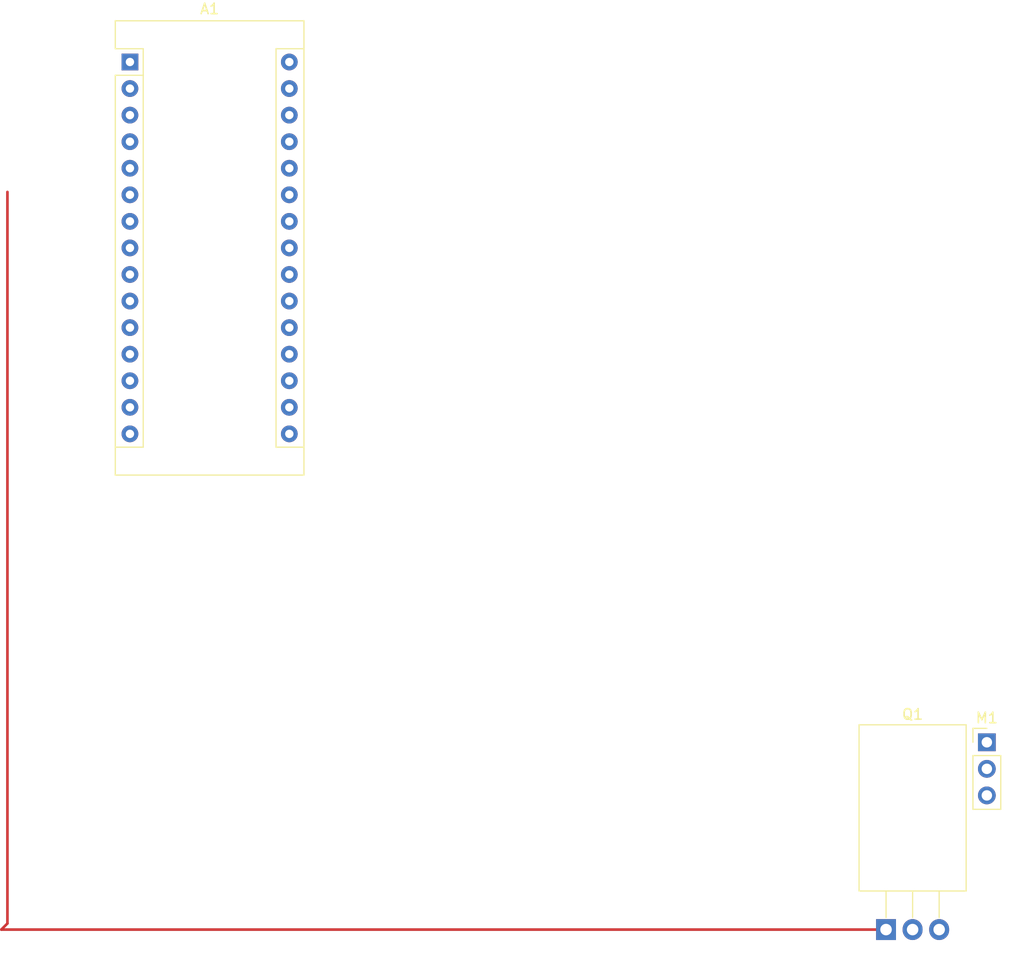
<source format=kicad_pcb>
(kicad_pcb (version 20171130) (host pcbnew 5.0.2-bee76a0~70~ubuntu18.04.1)

  (general
    (thickness 1.6)
    (drawings 0)
    (tracks 3)
    (zones 0)
    (modules 3)
    (nets 32)
  )

  (page A4)
  (layers
    (0 F.Cu signal)
    (31 B.Cu signal)
    (32 B.Adhes user)
    (33 F.Adhes user)
    (34 B.Paste user)
    (35 F.Paste user)
    (36 B.SilkS user)
    (37 F.SilkS user)
    (38 B.Mask user)
    (39 F.Mask user)
    (40 Dwgs.User user)
    (41 Cmts.User user)
    (42 Eco1.User user)
    (43 Eco2.User user)
    (44 Edge.Cuts user)
    (45 Margin user)
    (46 B.CrtYd user)
    (47 F.CrtYd user)
    (48 B.Fab user)
    (49 F.Fab user)
  )

  (setup
    (last_trace_width 0.25)
    (trace_clearance 0.2)
    (zone_clearance 0.508)
    (zone_45_only no)
    (trace_min 0.2)
    (segment_width 0.2)
    (edge_width 0.15)
    (via_size 0.8)
    (via_drill 0.4)
    (via_min_size 0.4)
    (via_min_drill 0.3)
    (uvia_size 0.3)
    (uvia_drill 0.1)
    (uvias_allowed no)
    (uvia_min_size 0.2)
    (uvia_min_drill 0.1)
    (pcb_text_width 0.3)
    (pcb_text_size 1.5 1.5)
    (mod_edge_width 0.15)
    (mod_text_size 1 1)
    (mod_text_width 0.15)
    (pad_size 1.524 1.524)
    (pad_drill 0.762)
    (pad_to_mask_clearance 0.051)
    (solder_mask_min_width 0.25)
    (aux_axis_origin 0 0)
    (visible_elements FFFFFF7F)
    (pcbplotparams
      (layerselection 0x010fc_ffffffff)
      (usegerberextensions false)
      (usegerberattributes false)
      (usegerberadvancedattributes false)
      (creategerberjobfile false)
      (excludeedgelayer true)
      (linewidth 0.100000)
      (plotframeref false)
      (viasonmask false)
      (mode 1)
      (useauxorigin false)
      (hpglpennumber 1)
      (hpglpenspeed 20)
      (hpglpendiameter 15.000000)
      (psnegative false)
      (psa4output false)
      (plotreference true)
      (plotvalue true)
      (plotinvisibletext false)
      (padsonsilk false)
      (subtractmaskfromsilk false)
      (outputformat 1)
      (mirror false)
      (drillshape 1)
      (scaleselection 1)
      (outputdirectory ""))
  )

  (net 0 "")
  (net 1 "Net-(A1-Pad1)")
  (net 2 "Net-(A1-Pad17)")
  (net 3 "Net-(A1-Pad2)")
  (net 4 "Net-(A1-Pad18)")
  (net 5 "Net-(A1-Pad3)")
  (net 6 "Net-(A1-Pad19)")
  (net 7 GND)
  (net 8 "Net-(A1-Pad20)")
  (net 9 "Net-(A1-Pad5)")
  (net 10 "Net-(A1-Pad21)")
  (net 11 motor_control)
  (net 12 "Net-(A1-Pad22)")
  (net 13 "Net-(A1-Pad7)")
  (net 14 "Net-(A1-Pad23)")
  (net 15 "Net-(A1-Pad8)")
  (net 16 "Net-(A1-Pad24)")
  (net 17 "Net-(A1-Pad9)")
  (net 18 "Net-(A1-Pad25)")
  (net 19 "Net-(A1-Pad10)")
  (net 20 "Net-(A1-Pad26)")
  (net 21 "Net-(A1-Pad11)")
  (net 22 "Net-(A1-Pad27)")
  (net 23 "Net-(A1-Pad12)")
  (net 24 "Net-(A1-Pad28)")
  (net 25 "Net-(A1-Pad13)")
  (net 26 "Net-(A1-Pad14)")
  (net 27 "Net-(A1-Pad30)")
  (net 28 "Net-(A1-Pad15)")
  (net 29 "Net-(A1-Pad16)")
  (net 30 +12V)
  (net 31 "Net-(M1-Pad2)")

  (net_class Default "This is the default net class."
    (clearance 0.2)
    (trace_width 0.25)
    (via_dia 0.8)
    (via_drill 0.4)
    (uvia_dia 0.3)
    (uvia_drill 0.1)
    (add_net +12V)
    (add_net GND)
    (add_net "Net-(A1-Pad1)")
    (add_net "Net-(A1-Pad10)")
    (add_net "Net-(A1-Pad11)")
    (add_net "Net-(A1-Pad12)")
    (add_net "Net-(A1-Pad13)")
    (add_net "Net-(A1-Pad14)")
    (add_net "Net-(A1-Pad15)")
    (add_net "Net-(A1-Pad16)")
    (add_net "Net-(A1-Pad17)")
    (add_net "Net-(A1-Pad18)")
    (add_net "Net-(A1-Pad19)")
    (add_net "Net-(A1-Pad2)")
    (add_net "Net-(A1-Pad20)")
    (add_net "Net-(A1-Pad21)")
    (add_net "Net-(A1-Pad22)")
    (add_net "Net-(A1-Pad23)")
    (add_net "Net-(A1-Pad24)")
    (add_net "Net-(A1-Pad25)")
    (add_net "Net-(A1-Pad26)")
    (add_net "Net-(A1-Pad27)")
    (add_net "Net-(A1-Pad28)")
    (add_net "Net-(A1-Pad3)")
    (add_net "Net-(A1-Pad30)")
    (add_net "Net-(A1-Pad5)")
    (add_net "Net-(A1-Pad7)")
    (add_net "Net-(A1-Pad8)")
    (add_net "Net-(A1-Pad9)")
    (add_net "Net-(M1-Pad2)")
    (add_net motor_control)
  )

  (module Module:Arduino_Nano (layer F.Cu) (tedit 58ACAF70) (tstamp 5C5E7640)
    (at 89.185001 51.075001)
    (descr "Arduino Nano, http://www.mouser.com/pdfdocs/Gravitech_Arduino_Nano3_0.pdf")
    (tags "Arduino Nano")
    (path /5C5E74D3)
    (fp_text reference A1 (at 7.62 -5.08) (layer F.SilkS)
      (effects (font (size 1 1) (thickness 0.15)))
    )
    (fp_text value Arduino_Nano_v3.x (at 8.89 19.05 90) (layer F.Fab)
      (effects (font (size 1 1) (thickness 0.15)))
    )
    (fp_text user %R (at 6.35 19.05 90) (layer F.Fab)
      (effects (font (size 1 1) (thickness 0.15)))
    )
    (fp_line (start 1.27 1.27) (end 1.27 -1.27) (layer F.SilkS) (width 0.12))
    (fp_line (start 1.27 -1.27) (end -1.4 -1.27) (layer F.SilkS) (width 0.12))
    (fp_line (start -1.4 1.27) (end -1.4 39.5) (layer F.SilkS) (width 0.12))
    (fp_line (start -1.4 -3.94) (end -1.4 -1.27) (layer F.SilkS) (width 0.12))
    (fp_line (start 13.97 -1.27) (end 16.64 -1.27) (layer F.SilkS) (width 0.12))
    (fp_line (start 13.97 -1.27) (end 13.97 36.83) (layer F.SilkS) (width 0.12))
    (fp_line (start 13.97 36.83) (end 16.64 36.83) (layer F.SilkS) (width 0.12))
    (fp_line (start 1.27 1.27) (end -1.4 1.27) (layer F.SilkS) (width 0.12))
    (fp_line (start 1.27 1.27) (end 1.27 36.83) (layer F.SilkS) (width 0.12))
    (fp_line (start 1.27 36.83) (end -1.4 36.83) (layer F.SilkS) (width 0.12))
    (fp_line (start 3.81 31.75) (end 11.43 31.75) (layer F.Fab) (width 0.1))
    (fp_line (start 11.43 31.75) (end 11.43 41.91) (layer F.Fab) (width 0.1))
    (fp_line (start 11.43 41.91) (end 3.81 41.91) (layer F.Fab) (width 0.1))
    (fp_line (start 3.81 41.91) (end 3.81 31.75) (layer F.Fab) (width 0.1))
    (fp_line (start -1.4 39.5) (end 16.64 39.5) (layer F.SilkS) (width 0.12))
    (fp_line (start 16.64 39.5) (end 16.64 -3.94) (layer F.SilkS) (width 0.12))
    (fp_line (start 16.64 -3.94) (end -1.4 -3.94) (layer F.SilkS) (width 0.12))
    (fp_line (start 16.51 39.37) (end -1.27 39.37) (layer F.Fab) (width 0.1))
    (fp_line (start -1.27 39.37) (end -1.27 -2.54) (layer F.Fab) (width 0.1))
    (fp_line (start -1.27 -2.54) (end 0 -3.81) (layer F.Fab) (width 0.1))
    (fp_line (start 0 -3.81) (end 16.51 -3.81) (layer F.Fab) (width 0.1))
    (fp_line (start 16.51 -3.81) (end 16.51 39.37) (layer F.Fab) (width 0.1))
    (fp_line (start -1.53 -4.06) (end 16.75 -4.06) (layer F.CrtYd) (width 0.05))
    (fp_line (start -1.53 -4.06) (end -1.53 42.16) (layer F.CrtYd) (width 0.05))
    (fp_line (start 16.75 42.16) (end 16.75 -4.06) (layer F.CrtYd) (width 0.05))
    (fp_line (start 16.75 42.16) (end -1.53 42.16) (layer F.CrtYd) (width 0.05))
    (pad 1 thru_hole rect (at 0 0) (size 1.6 1.6) (drill 0.8) (layers *.Cu *.Mask)
      (net 1 "Net-(A1-Pad1)"))
    (pad 17 thru_hole oval (at 15.24 33.02) (size 1.6 1.6) (drill 0.8) (layers *.Cu *.Mask)
      (net 2 "Net-(A1-Pad17)"))
    (pad 2 thru_hole oval (at 0 2.54) (size 1.6 1.6) (drill 0.8) (layers *.Cu *.Mask)
      (net 3 "Net-(A1-Pad2)"))
    (pad 18 thru_hole oval (at 15.24 30.48) (size 1.6 1.6) (drill 0.8) (layers *.Cu *.Mask)
      (net 4 "Net-(A1-Pad18)"))
    (pad 3 thru_hole oval (at 0 5.08) (size 1.6 1.6) (drill 0.8) (layers *.Cu *.Mask)
      (net 5 "Net-(A1-Pad3)"))
    (pad 19 thru_hole oval (at 15.24 27.94) (size 1.6 1.6) (drill 0.8) (layers *.Cu *.Mask)
      (net 6 "Net-(A1-Pad19)"))
    (pad 4 thru_hole oval (at 0 7.62) (size 1.6 1.6) (drill 0.8) (layers *.Cu *.Mask)
      (net 7 GND))
    (pad 20 thru_hole oval (at 15.24 25.4) (size 1.6 1.6) (drill 0.8) (layers *.Cu *.Mask)
      (net 8 "Net-(A1-Pad20)"))
    (pad 5 thru_hole oval (at 0 10.16) (size 1.6 1.6) (drill 0.8) (layers *.Cu *.Mask)
      (net 9 "Net-(A1-Pad5)"))
    (pad 21 thru_hole oval (at 15.24 22.86) (size 1.6 1.6) (drill 0.8) (layers *.Cu *.Mask)
      (net 10 "Net-(A1-Pad21)"))
    (pad 6 thru_hole oval (at 0 12.7) (size 1.6 1.6) (drill 0.8) (layers *.Cu *.Mask)
      (net 11 motor_control))
    (pad 22 thru_hole oval (at 15.24 20.32) (size 1.6 1.6) (drill 0.8) (layers *.Cu *.Mask)
      (net 12 "Net-(A1-Pad22)"))
    (pad 7 thru_hole oval (at 0 15.24) (size 1.6 1.6) (drill 0.8) (layers *.Cu *.Mask)
      (net 13 "Net-(A1-Pad7)"))
    (pad 23 thru_hole oval (at 15.24 17.78) (size 1.6 1.6) (drill 0.8) (layers *.Cu *.Mask)
      (net 14 "Net-(A1-Pad23)"))
    (pad 8 thru_hole oval (at 0 17.78) (size 1.6 1.6) (drill 0.8) (layers *.Cu *.Mask)
      (net 15 "Net-(A1-Pad8)"))
    (pad 24 thru_hole oval (at 15.24 15.24) (size 1.6 1.6) (drill 0.8) (layers *.Cu *.Mask)
      (net 16 "Net-(A1-Pad24)"))
    (pad 9 thru_hole oval (at 0 20.32) (size 1.6 1.6) (drill 0.8) (layers *.Cu *.Mask)
      (net 17 "Net-(A1-Pad9)"))
    (pad 25 thru_hole oval (at 15.24 12.7) (size 1.6 1.6) (drill 0.8) (layers *.Cu *.Mask)
      (net 18 "Net-(A1-Pad25)"))
    (pad 10 thru_hole oval (at 0 22.86) (size 1.6 1.6) (drill 0.8) (layers *.Cu *.Mask)
      (net 19 "Net-(A1-Pad10)"))
    (pad 26 thru_hole oval (at 15.24 10.16) (size 1.6 1.6) (drill 0.8) (layers *.Cu *.Mask)
      (net 20 "Net-(A1-Pad26)"))
    (pad 11 thru_hole oval (at 0 25.4) (size 1.6 1.6) (drill 0.8) (layers *.Cu *.Mask)
      (net 21 "Net-(A1-Pad11)"))
    (pad 27 thru_hole oval (at 15.24 7.62) (size 1.6 1.6) (drill 0.8) (layers *.Cu *.Mask)
      (net 22 "Net-(A1-Pad27)"))
    (pad 12 thru_hole oval (at 0 27.94) (size 1.6 1.6) (drill 0.8) (layers *.Cu *.Mask)
      (net 23 "Net-(A1-Pad12)"))
    (pad 28 thru_hole oval (at 15.24 5.08) (size 1.6 1.6) (drill 0.8) (layers *.Cu *.Mask)
      (net 24 "Net-(A1-Pad28)"))
    (pad 13 thru_hole oval (at 0 30.48) (size 1.6 1.6) (drill 0.8) (layers *.Cu *.Mask)
      (net 25 "Net-(A1-Pad13)"))
    (pad 29 thru_hole oval (at 15.24 2.54) (size 1.6 1.6) (drill 0.8) (layers *.Cu *.Mask)
      (net 7 GND))
    (pad 14 thru_hole oval (at 0 33.02) (size 1.6 1.6) (drill 0.8) (layers *.Cu *.Mask)
      (net 26 "Net-(A1-Pad14)"))
    (pad 30 thru_hole oval (at 15.24 0) (size 1.6 1.6) (drill 0.8) (layers *.Cu *.Mask)
      (net 27 "Net-(A1-Pad30)"))
    (pad 15 thru_hole oval (at 0 35.56) (size 1.6 1.6) (drill 0.8) (layers *.Cu *.Mask)
      (net 28 "Net-(A1-Pad15)"))
    (pad 16 thru_hole oval (at 15.24 35.56) (size 1.6 1.6) (drill 0.8) (layers *.Cu *.Mask)
      (net 29 "Net-(A1-Pad16)"))
    (model ${KISYS3DMOD}/Module.3dshapes/Arduino_Nano_WithMountingHoles.wrl
      (at (xyz 0 0 0))
      (scale (xyz 1 1 1))
      (rotate (xyz 0 0 0))
    )
  )

  (module Connector_PinHeader_2.54mm:PinHeader_1x03_P2.54mm_Vertical (layer F.Cu) (tedit 59FED5CC) (tstamp 5C61737C)
    (at 171.125001 116.125001)
    (descr "Through hole straight pin header, 1x03, 2.54mm pitch, single row")
    (tags "Through hole pin header THT 1x03 2.54mm single row")
    (path /5C5E803F)
    (fp_text reference M1 (at 0 -2.33) (layer F.SilkS)
      (effects (font (size 1 1) (thickness 0.15)))
    )
    (fp_text value Motor_DC (at 0 7.41) (layer F.Fab)
      (effects (font (size 1 1) (thickness 0.15)))
    )
    (fp_line (start -0.635 -1.27) (end 1.27 -1.27) (layer F.Fab) (width 0.1))
    (fp_line (start 1.27 -1.27) (end 1.27 6.35) (layer F.Fab) (width 0.1))
    (fp_line (start 1.27 6.35) (end -1.27 6.35) (layer F.Fab) (width 0.1))
    (fp_line (start -1.27 6.35) (end -1.27 -0.635) (layer F.Fab) (width 0.1))
    (fp_line (start -1.27 -0.635) (end -0.635 -1.27) (layer F.Fab) (width 0.1))
    (fp_line (start -1.33 6.41) (end 1.33 6.41) (layer F.SilkS) (width 0.12))
    (fp_line (start -1.33 1.27) (end -1.33 6.41) (layer F.SilkS) (width 0.12))
    (fp_line (start 1.33 1.27) (end 1.33 6.41) (layer F.SilkS) (width 0.12))
    (fp_line (start -1.33 1.27) (end 1.33 1.27) (layer F.SilkS) (width 0.12))
    (fp_line (start -1.33 0) (end -1.33 -1.33) (layer F.SilkS) (width 0.12))
    (fp_line (start -1.33 -1.33) (end 0 -1.33) (layer F.SilkS) (width 0.12))
    (fp_line (start -1.8 -1.8) (end -1.8 6.85) (layer F.CrtYd) (width 0.05))
    (fp_line (start -1.8 6.85) (end 1.8 6.85) (layer F.CrtYd) (width 0.05))
    (fp_line (start 1.8 6.85) (end 1.8 -1.8) (layer F.CrtYd) (width 0.05))
    (fp_line (start 1.8 -1.8) (end -1.8 -1.8) (layer F.CrtYd) (width 0.05))
    (fp_text user %R (at 0 2.54 90) (layer F.Fab)
      (effects (font (size 1 1) (thickness 0.15)))
    )
    (pad 1 thru_hole rect (at 0 0) (size 1.7 1.7) (drill 1) (layers *.Cu *.Mask)
      (net 30 +12V))
    (pad 2 thru_hole oval (at 0 2.54) (size 1.7 1.7) (drill 1) (layers *.Cu *.Mask)
      (net 31 "Net-(M1-Pad2)"))
    (pad 3 thru_hole oval (at 0 5.08) (size 1.7 1.7) (drill 1) (layers *.Cu *.Mask))
    (model ${KISYS3DMOD}/Connector_PinHeader_2.54mm.3dshapes/PinHeader_1x03_P2.54mm_Vertical.wrl
      (at (xyz 0 0 0))
      (scale (xyz 1 1 1))
      (rotate (xyz 0 0 0))
    )
  )

  (module Package_TO_SOT_THT:TO-220-3_Horizontal_TabDown (layer F.Cu) (tedit 5AC8BA0D) (tstamp 5C61739C)
    (at 161.485001 134.035001)
    (descr "TO-220-3, Horizontal, RM 2.54mm, see https://www.vishay.com/docs/66542/to-220-1.pdf")
    (tags "TO-220-3 Horizontal RM 2.54mm")
    (path /5C5E7DB6)
    (fp_text reference Q1 (at 2.54 -20.58) (layer F.SilkS)
      (effects (font (size 1 1) (thickness 0.15)))
    )
    (fp_text value Q_NPN_BCEC (at 2.54 2) (layer F.Fab)
      (effects (font (size 1 1) (thickness 0.15)))
    )
    (fp_circle (center 2.54 -16.66) (end 4.39 -16.66) (layer F.Fab) (width 0.1))
    (fp_line (start -2.46 -13.06) (end -2.46 -19.46) (layer F.Fab) (width 0.1))
    (fp_line (start -2.46 -19.46) (end 7.54 -19.46) (layer F.Fab) (width 0.1))
    (fp_line (start 7.54 -19.46) (end 7.54 -13.06) (layer F.Fab) (width 0.1))
    (fp_line (start 7.54 -13.06) (end -2.46 -13.06) (layer F.Fab) (width 0.1))
    (fp_line (start -2.46 -3.81) (end -2.46 -13.06) (layer F.Fab) (width 0.1))
    (fp_line (start -2.46 -13.06) (end 7.54 -13.06) (layer F.Fab) (width 0.1))
    (fp_line (start 7.54 -13.06) (end 7.54 -3.81) (layer F.Fab) (width 0.1))
    (fp_line (start 7.54 -3.81) (end -2.46 -3.81) (layer F.Fab) (width 0.1))
    (fp_line (start 0 -3.81) (end 0 0) (layer F.Fab) (width 0.1))
    (fp_line (start 2.54 -3.81) (end 2.54 0) (layer F.Fab) (width 0.1))
    (fp_line (start 5.08 -3.81) (end 5.08 0) (layer F.Fab) (width 0.1))
    (fp_line (start -2.58 -3.69) (end 7.66 -3.69) (layer F.SilkS) (width 0.12))
    (fp_line (start -2.58 -19.58) (end 7.66 -19.58) (layer F.SilkS) (width 0.12))
    (fp_line (start -2.58 -19.58) (end -2.58 -3.69) (layer F.SilkS) (width 0.12))
    (fp_line (start 7.66 -19.58) (end 7.66 -3.69) (layer F.SilkS) (width 0.12))
    (fp_line (start 0 -3.69) (end 0 -1.15) (layer F.SilkS) (width 0.12))
    (fp_line (start 2.54 -3.69) (end 2.54 -1.15) (layer F.SilkS) (width 0.12))
    (fp_line (start 5.08 -3.69) (end 5.08 -1.15) (layer F.SilkS) (width 0.12))
    (fp_line (start -2.71 -19.71) (end -2.71 1.25) (layer F.CrtYd) (width 0.05))
    (fp_line (start -2.71 1.25) (end 7.79 1.25) (layer F.CrtYd) (width 0.05))
    (fp_line (start 7.79 1.25) (end 7.79 -19.71) (layer F.CrtYd) (width 0.05))
    (fp_line (start 7.79 -19.71) (end -2.71 -19.71) (layer F.CrtYd) (width 0.05))
    (fp_text user %R (at 2.54 -20.58) (layer F.Fab)
      (effects (font (size 1 1) (thickness 0.15)))
    )
    (pad "" np_thru_hole oval (at 2.54 -16.66) (size 3.5 3.5) (drill 3.5) (layers *.Cu *.Mask))
    (pad 1 thru_hole rect (at 0 0) (size 1.905 2) (drill 1.1) (layers *.Cu *.Mask)
      (net 11 motor_control))
    (pad 2 thru_hole oval (at 2.54 0) (size 1.905 2) (drill 1.1) (layers *.Cu *.Mask)
      (net 31 "Net-(M1-Pad2)"))
    (pad 3 thru_hole oval (at 5.08 0) (size 1.905 2) (drill 1.1) (layers *.Cu *.Mask)
      (net 7 GND))
    (model ${KISYS3DMOD}/Package_TO_SOT_THT.3dshapes/TO-220-3_Horizontal_TabDown.wrl
      (at (xyz 0 0 0))
      (scale (xyz 1 1 1))
      (rotate (xyz 0 0 0))
    )
  )

  (segment (start 161.485001 134.035001) (end 76.885001 134.035001) (width 0.25) (layer F.Cu) (net 11))
  (segment (start 77.47 133.450002) (end 77.47 63.5) (width 0.25) (layer F.Cu) (net 11))
  (segment (start 76.885001 134.035001) (end 77.47 133.450002) (width 0.25) (layer F.Cu) (net 11))

)

</source>
